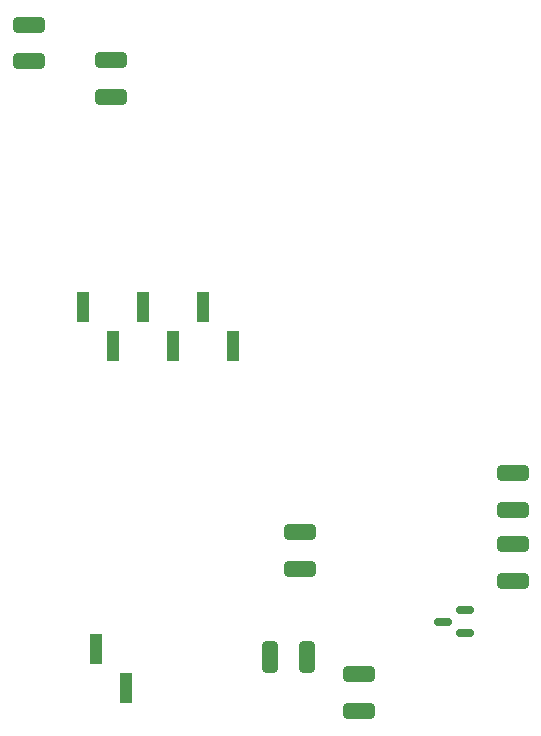
<source format=gbr>
%TF.GenerationSoftware,KiCad,Pcbnew,6.0.2+dfsg-1*%
%TF.CreationDate,2022-10-11T15:46:27-06:00*%
%TF.ProjectId,lvt_sao,6c76745f-7361-46f2-9e6b-696361645f70,rev?*%
%TF.SameCoordinates,Original*%
%TF.FileFunction,Paste,Bot*%
%TF.FilePolarity,Positive*%
%FSLAX46Y46*%
G04 Gerber Fmt 4.6, Leading zero omitted, Abs format (unit mm)*
G04 Created by KiCad (PCBNEW 6.0.2+dfsg-1) date 2022-10-11 15:46:27*
%MOMM*%
%LPD*%
G01*
G04 APERTURE LIST*
G04 Aperture macros list*
%AMRoundRect*
0 Rectangle with rounded corners*
0 $1 Rounding radius*
0 $2 $3 $4 $5 $6 $7 $8 $9 X,Y pos of 4 corners*
0 Add a 4 corners polygon primitive as box body*
4,1,4,$2,$3,$4,$5,$6,$7,$8,$9,$2,$3,0*
0 Add four circle primitives for the rounded corners*
1,1,$1+$1,$2,$3*
1,1,$1+$1,$4,$5*
1,1,$1+$1,$6,$7*
1,1,$1+$1,$8,$9*
0 Add four rect primitives between the rounded corners*
20,1,$1+$1,$2,$3,$4,$5,0*
20,1,$1+$1,$4,$5,$6,$7,0*
20,1,$1+$1,$6,$7,$8,$9,0*
20,1,$1+$1,$8,$9,$2,$3,0*%
G04 Aperture macros list end*
%ADD10R,1.000000X2.510000*%
%ADD11RoundRect,0.250000X-1.075000X0.400000X-1.075000X-0.400000X1.075000X-0.400000X1.075000X0.400000X0*%
%ADD12RoundRect,0.250000X0.400000X1.075000X-0.400000X1.075000X-0.400000X-1.075000X0.400000X-1.075000X0*%
%ADD13RoundRect,0.150000X0.587500X0.150000X-0.587500X0.150000X-0.587500X-0.150000X0.587500X-0.150000X0*%
%ADD14RoundRect,0.250000X1.075000X-0.400000X1.075000X0.400000X-1.075000X0.400000X-1.075000X-0.400000X0*%
G04 APERTURE END LIST*
D10*
%TO.C,LS1*%
X125730000Y-130345000D03*
X128270000Y-133655000D03*
%TD*%
%TO.C,J1*%
X124650000Y-101345000D03*
X127190000Y-104655000D03*
X129730000Y-101345000D03*
X132270000Y-104655000D03*
X134810000Y-101345000D03*
X137350000Y-104655000D03*
%TD*%
D11*
%TO.C,R7*%
X161000000Y-121450000D03*
X161000000Y-124550000D03*
%TD*%
%TO.C,R6*%
X161000000Y-115450000D03*
X161000000Y-118550000D03*
%TD*%
%TO.C,R5*%
X143000000Y-120450000D03*
X143000000Y-123550000D03*
%TD*%
D12*
%TO.C,R1*%
X143550000Y-131000000D03*
X140450000Y-131000000D03*
%TD*%
D13*
%TO.C,Q1*%
X156937500Y-127050000D03*
X156937500Y-128950000D03*
X155062500Y-128000000D03*
%TD*%
D14*
%TO.C,R3*%
X148000000Y-135550000D03*
X148000000Y-132450000D03*
%TD*%
D11*
%TO.C,R2*%
X120000000Y-77450000D03*
X120000000Y-80550000D03*
%TD*%
%TO.C,R4*%
X127000000Y-80450000D03*
X127000000Y-83550000D03*
%TD*%
M02*

</source>
